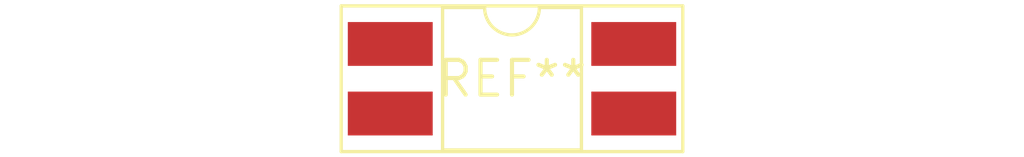
<source format=kicad_pcb>
(kicad_pcb (version 20240108) (generator pcbnew)
  (layers (0 "F.Cu" signal) (31 "B.Cu" signal) (34 "B.Paste" user) (35 "F.Paste" user) (36 "B.SilkS" user "B.Silkscreen") (37 "F.SilkS" user "F.Silkscreen") (38 "B.Mask" user) (39 "F.Mask" user) (44 "Edge.Cuts" user))
  (net 0 "")
  (footprint "DIP-4_W8.89mm_SMDSocket_LongPads" (layer "F.Cu") (at 0 0)
    (property "Reference" "REF**")
    (property "Value" "DIP-4_W8.89mm_SMDSocket_LongPads")
    (fp_line (start -6.235 -2.66) (end -6.235 2.66) (layer "F.SilkS") (stroke (width 0.12)))
    (fp_line (start -6.235 2.66) (end 6.235 2.66) (layer "F.SilkS") (stroke (width 0.12)))
    (fp_line (start -2.535 -2.6) (end -2.535 2.6) (layer "F.SilkS") (stroke (width 0.12)))
    (fp_line (start -2.535 2.6) (end 2.535 2.6) (layer "F.SilkS") (stroke (width 0.12)))
    (fp_line (start -1 -2.6) (end -2.535 -2.6) (layer "F.SilkS") (stroke (width 0.12)))
    (fp_line (start 2.535 -2.6) (end 1 -2.6) (layer "F.SilkS") (stroke (width 0.12)))
    (fp_line (start 2.535 2.6) (end 2.535 -2.6) (layer "F.SilkS") (stroke (width 0.12)))
    (fp_line (start 6.235 -2.66) (end -6.235 -2.66) (layer "F.SilkS") (stroke (width 0.12)))
    (fp_line (start 6.235 2.66) (end 6.235 -2.66) (layer "F.SilkS") (stroke (width 0.12)))
    (fp_arc (start 1 -2.6) (mid 0 -1.6) (end -1 -2.6) (layer "F.SilkS") (stroke (width 0.12)))
    (pad "1" smd rect (at -4.445 -1.27) (size 3.1 1.6) (layers "F.Cu" "F.Paste" "F.Mask"))
    (pad "2" smd rect (at -4.445 1.27) (size 3.1 1.6) (layers "F.Cu" "F.Paste" "F.Mask"))
    (pad "3" smd rect (at 4.445 1.27) (size 3.1 1.6) (layers "F.Cu" "F.Paste" "F.Mask"))
    (pad "4" smd rect (at 4.445 -1.27) (size 3.1 1.6) (layers "F.Cu" "F.Paste" "F.Mask"))
  )
)
</source>
